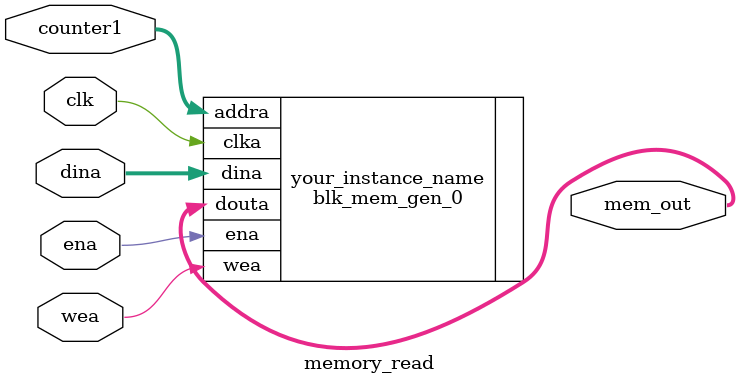
<source format=v>
`timescale 1ns/10ps
module memory_read(
input clk,
input [3:0]counter1,
input ena,
input wea,
input [7:0]dina,
output [7:0] mem_out);

blk_mem_gen_0 your_instance_name (
.clka(clk),
.ena(ena),
.wea(wea),
.addra(counter1),
.dina(dina),
.douta(mem_out)
);


endmodule

</source>
